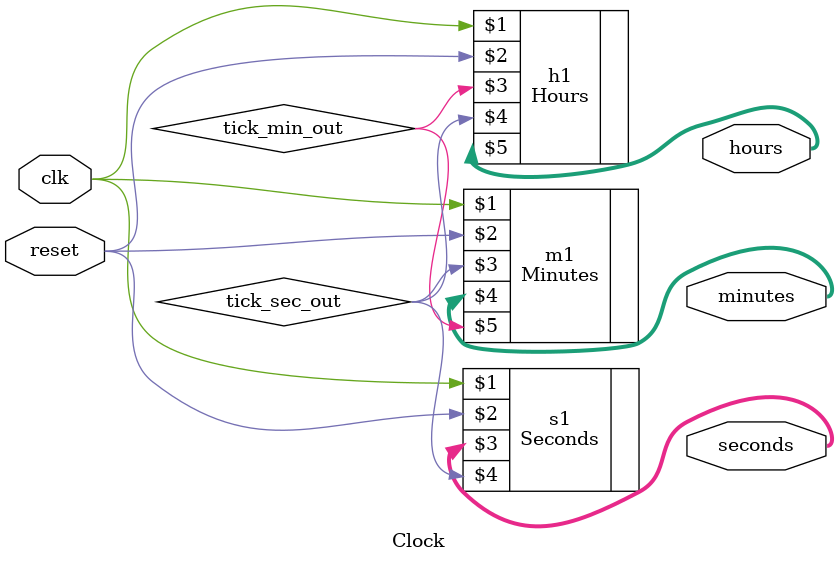
<source format=v>
`include "seconds.v"
`include "minutes.v"
`include "hours.v"
module Clock(
    input wire clk,
    input wire reset,
    output wire [6:0] seconds,
    output wire [5:0] minutes,
    output wire [4:0] hours
);

wire tick_sec_out, tick_min_out;

Seconds s1(clk, reset, seconds, tick_sec_out);
Minutes m1(clk, reset, tick_sec_out, minutes, tick_min_out);
Hours h1(clk, reset, tick_min_out, tick_sec_out, hours);

endmodule

</source>
